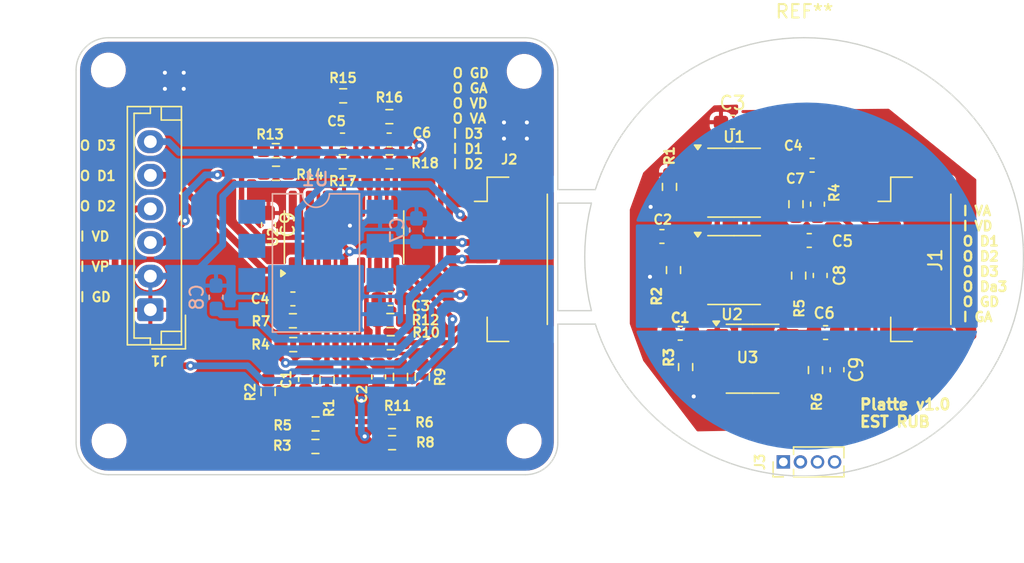
<source format=kicad_pcb>
(kicad_pcb (version 20240108) (generator "pcbnew") (generator_version "8.0")
  (layers (0 "F.Cu" signal) (31 "B.Cu" signal) (34 "B.Paste" user) (35 "F.Paste" user) (36 "B.SilkS" user "B.Silkscreen") (37 "F.SilkS" user "F.Silkscreen") (38 "B.Mask" user) (39 "F.Mask" user) (44 "Edge.Cuts" user))
  (net 0 "")
  (net 1 "GNDD")
  (net 2 "/Vin1+")
  (net 3 "/Vin2+")
  (net 4 "/Vin3+")
  (net 5 "/Out1")
  (net 6 "/Vin1-")
  (net 7 "/Out2")
  (net 8 "/Vin2-")
  (net 9 "/Out3")
  (net 10 "/Vin3-")
  (net 11 "+3.3VD")
  (net 12 "+3.3VA")
  (net 13 "GNDA")
  (net 23 "/data_in3")
  (net 24 "/data_in2")
  (net 25 "/data_in1")
  (net 26 "Net-(R2-Pad2)")
  (net 27 "Net-(R6-Pad2)")
  (net 28 "Net-(R13-Pad2)")
  (net 29 "/amp_data1")
  (net 30 "/amp_data2")
  (net 31 "/amp_data3")
  (net 40 "/analog_inp_1")
  (net 41 "/analog_inp_2")
  (net 42 "/analog_inp_3")
  (net 44 "/fil_da1")
  (net 45 "/fil_da2")
  (net 46 "/fil_da3")
  (footprint "Capacitor_SMD:C_0603_1608Metric_Pad1.08x0.95mm_HandSolder" (layer "F.Cu") (at 144.05 119.4125 90)
    (property "Reference" "C1")
    (property "Value" "100p")
  )
  (footprint "Resistor_SMD:R_0603_1608Metric_Pad0.98x0.95mm_HandSolder" (layer "F.Cu") (at 150.4775 122.55)
    (property "Reference" "R6")
    (property "Value" "1k")
  )
  (footprint "Resistor_SMD:R_0603_1608Metric_Pad0.98x0.95mm_HandSolder" (layer "F.Cu") (at 150.28 99.87)
    (property "Reference" "R16")
    (property "Value" "100k")
  )
  (footprint "Capacitor_SMD:C_0603_1608Metric_Pad1.08x0.95mm_HandSolder" (layer "F.Cu") (at 183.54973 118.6925 -90)
    (property "Reference" "C9")
    (property "Value" "10n")
  )
  (footprint "Package_SO:SOP-8_3.9x4.9mm_P1.27mm" (layer "F.Cu") (at 175.89973 104.78)
    (property "Reference" "U1")
    (property "Value" "~")
  )
  (footprint "MountingHole:MountingHole_3mm" (layer "F.Cu") (at 181.12973 96.04)
    (property "Reference" "REF**")
    (property "Value" "MountingHole_3mm")
  )
  (footprint "Capacitor_SMD:C_0603_1608Metric_Pad1.08x0.95mm_HandSolder" (layer "F.Cu") (at 175.78723 100.28)
    (property "Reference" "C3")
    (property "Value" "0.1uF")
  )
  (footprint "Capacitor_SMD:C_0603_1608Metric_Pad1.08x0.95mm_HandSolder" (layer "F.Cu") (at 182.09973 106.38 90)
    (property "Reference" "C7")
    (property "Value" "10n")
  )
  (footprint "Capacitor_SMD:C_0603_1608Metric_Pad1.08x0.95mm_HandSolder" (layer "F.Cu") (at 182.29973 111.68 -90)
    (property "Reference" "C8")
    (property "Value" "10n")
  )
  (footprint "Resistor_SMD:R_0603_1608Metric_Pad0.98x0.95mm_HandSolder" (layer "F.Cu") (at 144.8 122.725 180)
    (property "Reference" "R3")
    (property "Value" "1k")
  )
  (footprint "Package_SO:SOP-8_3.9x4.9mm_P1.27mm" (layer "F.Cu") (at 177.27473 117.875)
    (property "Reference" "U3")
    (property "Value" "~")
  )
  (footprint "Capacitor_SMD:C_0603_1608Metric_Pad1.08x0.95mm_HandSolder" (layer "F.Cu") (at 170.53723 108.78)
    (property "Reference" "C2")
    (property "Value" "0.1uF")
  )
  (footprint "Resistor_SMD:R_0603_1608Metric_Pad0.98x0.95mm_HandSolder" (layer "F.Cu") (at 150.485 124.12 180)
    (property "Reference" "R8")
    (property "Value" "1k")
  )
  (footprint "Connector_JST:JST_EH_B6B-EH-A_1x06_P2.50mm_Vertical" (layer "F.Cu") (at 132.52 114.23 90)
    (property "Reference" "J1")
    (property "Value" "Conn_01x06")
  )
  (footprint "Resistor_SMD:R_0603_1608Metric_Pad0.98x0.95mm_HandSolder" (layer "F.Cu") (at 171.39973 111.28 -90)
    (property "Reference" "R2")
    (property "Value" "12.5")
  )
  (footprint "Resistor_SMD:R_0603_1608Metric_Pad0.98x0.95mm_HandSolder" (layer "F.Cu") (at 150.3525 115.035)
    (property "Reference" "R12")
    (property "Value" "252k")
  )
  (footprint "Resistor_SMD:R_0603_1608Metric_Pad0.98x0.95mm_HandSolder" (layer "F.Cu") (at 151.11 119.2225 -90)
    (property "Reference" "R11")
    (property "Value" "252k")
  )
  (footprint "Resistor_SMD:R_0603_1608Metric_Pad0.98x0.95mm_HandSolder" (layer "F.Cu") (at 143.1125 115.05 180)
    (property "Reference" "R7")
    (property "Value" "252k")
  )
  (footprint "Resistor_SMD:R_0603_1608Metric_Pad0.98x0.95mm_HandSolder" (layer "F.Cu") (at 180.49973 106.38 -90)
    (property "Reference" "R4")
    (property "Value" "1k")
  )
  (footprint "MountingHole:MountingHole_2.1mm" (layer "F.Cu") (at 129.4 96.4)
    (property "Reference" "M1")
    (property "Value" "MountingHole_2.1mm")
  )
  (footprint "Resistor_SMD:R_0603_1608Metric_Pad0.98x0.95mm_HandSolder" (layer "F.Cu") (at 145.65 119.4375 -90)
    (property "Reference" "R1")
    (property "Value" "252k")
  )
  (footprint "Resistor_SMD:R_0603_1608Metric_Pad0.98x0.95mm_HandSolder" (layer "F.Cu") (at 152.73 119.22 -90)
    (property "Reference" "R9")
    (property "Value" "100k")
  )
  (footprint "Capacitor_SMD:C_0603_1608Metric_Pad1.08x0.95mm_HandSolder" (layer "F.Cu") (at 182.69973 115.93 180)
    (property "Reference" "C6")
    (property "Value" "0.1uF")
  )
  (footprint "Capacitor_SMD:C_0603_1608Metric_Pad1.08x0.95mm_HandSolder" (layer "F.Cu") (at 181.69973 103.48 180)
    (property "Reference" "C4")
    (property "Value" "0.1uF")
  )
  (footprint "Capacitor_SMD:C_0603_1608Metric_Pad1.08x0.95mm_HandSolder" (layer "F.Cu") (at 141.3 107.9 -90)
    (property "Reference" "C9")
    (property "Value" "100n")
  )
  (footprint "Capacitor_SMD:C_0603_1608Metric_Pad1.08x0.95mm_HandSolder" (layer "F.Cu") (at 143.1125 113.425)
    (property "Reference" "C4")
    (property "Value" "100p")
  )
  (footprint "Connector_JST:JST_GH_BM07B-GHS-TBT_1x07-1MP_P1.25mm_Vertical" (layer "F.Cu") (at 189.39973 110.48 -90)
    (property "Reference" "J1")
    (property "Value" "Conn_01x07_MountingPin")
  )
  (footprint "Resistor_SMD:R_0603_1608Metric_Pad0.98x0.95mm_HandSolder" (layer "F.Cu") (at 141.84 102.4 180)
    (property "Reference" "R14")
    (property "Value" "1k")
  )
  (footprint "MountingHole:MountingHole_2.1mm" (layer "F.Cu") (at 160.3 96.5)
    (property "Reference" "M2")
    (property "Value" "MountingHole_2.1mm")
  )
  (footprint "Resistor_SMD:R_0603_1608Metric_Pad0.98x0.95mm_HandSolder" (layer "F.Cu") (at 181.94973 118.7175 90)
    (property "Reference" "R6")
    (property "Value" "1k")
  )
  (footprint "Connector_JST:JST_GH_BM07B-GHS-TBT_1x07-1MP_P1.25mm_Vertical" (layer "F.Cu") (at 159.41 110.48 -90)
    (property "Reference" "J2")
    (property "Value" "Conn_01x07_MountingPin")
  )
  (footprint "Capacitor_SMD:C_0603_1608Metric_Pad1.08x0.95mm_HandSolder" (layer "F.Cu") (at 149.485 119.2225 90)
    (property "Reference" "C2")
    (property "Value" "100p")
  )
  (footprint "Package_SO:SOP-8_3.9x4.9mm_P1.27mm" (layer "F.Cu") (at 175.89973 111.28)
    (property "Reference" "U2")
    (property "Value" "~")
  )
  (footprint "Resistor_SMD:R_0603_1608Metric_Pad0.98x0.95mm_HandSolder" (layer "F.Cu") (at 171.09973 105.0925 -90)
    (property "Reference" "R1")
    (property "Value" "12.5")
  )
  (footprint "Capacitor_SMD:C_0603_1608Metric_Pad1.08x0.95mm_HandSolder" (layer "F.Cu") (at 150.3475 113.41 180)
    (property "Reference" "C3")
    (property "Value" "100p")
  )
  (footprint "Resistor_SMD:R_0603_1608Metric_Pad0.98x0.95mm_HandSolder" (layer "F.Cu") (at 141.8575 104.08)
    (property "Reference" "R13")
    (property "Value" "1k")
  )
  (footprint "Resistor_SMD:R_0603_1608Metric_Pad0.98x0.95mm_HandSolder" (layer "F.Cu") (at 172.29973 118.4925 -90)
    (property "Reference" "R3")
    (property "Value" "12.5")
  )
  (footprint "Resistor_SMD:R_0603_1608Metric_Pad0.98x0.95mm_HandSolder" (layer "F.Cu") (at 150.385 116.685)
    (property "Reference" "R10")
    (property "Value" "100k")
  )
  (footprint "Resistor_SMD:R_0603_1608Metric_Pad0.98x0.95mm_HandSolder" (layer "F.Cu") (at 144.7875 124.4)
    (property "Reference" "R5")
    (property "Value" "1k")
  )
  (footprint "Resistor_SMD:R_0603_1608Metric_Pad0.98x0.95mm_HandSolder" (layer "F.Cu") (at 146.85 98.32 180)
    (property "Reference" "R15")
    (property "Value" "100k")
  )
  (footprint "Connector_PinHeader_1.27mm:PinHeader_1x04_P1.27mm_Vertical" (layer "F.Cu") (at 179.55973 125.55 90)
    (property "Reference" "J3")
    (property "Value" "Conn_01x04_Socket")
  )
  (footprint "MountingHole:MountingHole_2.1mm" (layer "F.Cu") (at 160.3 124)
    (property "Reference" "M4")
    (property "Value" "MountingHole_2.1mm")
  )
  (footprint "Capacitor_SMD:C_0603_1608Metric_Pad1.08x0.95mm_HandSolder" (layer "F.Cu") (at 150.2675 101.605 180)
    (property "Reference" "C6")
    (property "Value" "100p")
  )
  (footprint "Resistor_SMD:R_0603_1608Metric_Pad0.98x0.95mm_HandSolder" (layer "F.Cu") (at 150.2925 103.23)
    (property "Reference" "R18")
    (property "Value" "252k")
  )
  (footprint "Resistor_SMD:R_0603_1608Metric_Pad0.98x0.95mm_HandSolder" (layer "F.Cu") (at 141.27 120.3525 -90)
    (property "Reference" "R2")
    (property "Value" "100k")
  )
  (footprint "Capacitor_SMD:C_0603_1608Metric_Pad1.08x0.95mm_HandSolder" (layer "F.Cu") (at 181.48723 109.08 180)
    (property "Reference" "C5")
    (property "Value" "0.1uF")
  )
  (footprint "Capacitor_SMD:C_0603_1608Metric_Pad1.08x0.95mm_HandSolder" (layer "F.Cu") (at 146.8 101.605)
    (property "Reference" "C5")
    (property "Value" "100p")
  )
  (footprint "Package_SO:SOIC-14_3.9x8.7mm_P1.27mm" (layer "F.Cu") (at 146.915 108.825 90)
    (property "Reference" "U2")
    (property "Value" "~")
  )
  (footprint "MountingHole:MountingHole_2.1mm" (layer "F.Cu") (at 129.45 123.99)
    (property "Reference" "M3")
    (property "Value" "MountingHole_2.1mm")
  )
  (footprint "Resistor_SMD:R_0603_1608Metric_Pad0.98x0.95mm_HandSolder" (layer "F.Cu") (at 180.69973 111.6925 90)
    (property "Reference" "R5")
    (property "Value" "1k")
  )
  (footprint "Resistor_SMD:R_0603_1608Metric_Pad0.98x0.95mm_HandSolder" (layer "F.Cu") (at 143.1375 116.825 180)
    (property "Reference" "R4")
    (property "Value" "100k")
  )
  (footprint "Capacitor_SMD:C_0603_1608Metric_Pad1.08x0.95mm_HandSolder" (layer "F.Cu") (at 171.89973 115.98)
    (property "Reference" "C1")
    (property "Value" "0.1uF")
  )
  (footprint "Resistor_SMD:R_0603_1608Metric_Pad0.98x0.95mm_HandSolder" (layer "F.Cu") (at 146.8125 103.23 180)
    (property "Reference" "R17")
    (property "Value" "252k")
  )
  (footprint "Capacitor_SMD:C_0603_1608Metric_Pad1.08x0.95mm_HandSolder" (layer "B.Cu") (at 152.3 108.3 -90)
    (property "Reference" "C7")
    (property "Value" "10u")
  )
  (footprint "Package_DIP:SMDIP-8_W9.53mm" (layer "B.Cu") (at 144.825 110.75 180)
    (property "Reference" "U1")
    (property "Value" "~")
  )
  (footprint "Capacitor_SMD:C_0603_1608Metric_Pad1.08x0.95mm_HandSolder" (layer "B.Cu") (at 137.4 113.3 -90)
    (property "Reference" "C8")
    (property "Value" "10u")
  )
  (gr_line (start 184.64973 116.655) (end 184.64973 115.905) (stroke (width 0.2)) (layer "B.Cu") (net 42))
  (gr_line (start 192.634146 98.770719) (end 192.054544 98.218891) (stroke (width 0.1)) (layer "Edge.Cuts"))
  (gr_line (start 194.661866 101.241502) (end 194.201056 100.587203) (stroke (width 0.1)) (layer "Edge.Cuts"))
  (gr_line (start 183.497286 94.17161) (end 182.703021 94.073646) (stroke (width 0.1)) (layer "Edge.Cuts"))
  (gr_line (start 183.497286 126.42839) (end 184.285787 126.291573) (stroke (width 0.1)) (layer "Edge.Cuts"))
  (gr_line (start 190.163363 96.742999) (end 189.487241 96.31485) (stroke (width 0.1)) (layer "Edge.Cuts"))
  (gr_line (start 185.066624 126.11623) (end 185.837918 125.902784) (stroke (width 0.1)) (layer "Edge.Cuts"))
  (gr_line (start 181.104865 126.604866) (end 181.904907 126.585226) (stroke (width 0.1)) (layer "Edge.Cuts"))
  (gr_line (start 164.976475 107.907579) (end 164.878511 108.701844) (stroke (width 0.1)) (layer "Edge.Cuts"))
  (gr_line (start 164.819639 111.100042) (end 164.878511 111.898156) (stroke (width 0.1)) (layer "Edge.Cuts"))
  (gr_line (start 195.844289 117.271229) (end 196.168597 116.539602) (stroke (width 0.1)) (layer "Edge.Cuts"))
  (gr_line (start 174.865263 125.363732) (end 175.611921 125.65175) (stroke (width 0.1)) (layer "Edge.Cuts"))
  (gr_line (start 195.484473 117.986061) (end 195.844289 117.271229) (stroke (width 0.1)) (layer "Edge.Cuts"))
  (gr_line (start 188.790926 95.920392) (end 188.076094 95.560576) (stroke (width 0.1)) (layer "Edge.Cuts"))
  (gr_line (start 193.185974 99.350321) (end 192.634146 98.770719) (stroke (width 0.1)) (layer "Edge.Cuts"))
  (gr_line (start 184.285787 126.291573) (end 185.066624 126.11623) (stroke (width 0.1)) (layer "Edge.Cuts"))
  (gr_line (start 197.096438 113.480922) (end 197.233255 112.692421) (stroke (width 0.1)) (layer "Edge.Cuts"))
  (gr_line (start 164.878511 108.701844) (end 164.819639 109.499958) (stroke (width 0.1)) (layer "Edge.Cuts"))
  (gr_line (start 195.844289 103.328771) (end 195.484473 102.613939) (stroke (width 0.1)) (layer "Edge.Cuts"))
  (gr_line (start 174.133636 95.560576) (end 173.418804 95.920392) (stroke (width 0.1)) (layer "Edge.Cuts"))
  (gr_line (start 188.076094 95.560576) (end 187.344467 95.236268) (stroke (width 0.1)) (layer "Edge.Cuts"))
  (gr_line (start 188.790926 124.679608) (end 189.487241 124.28515) (stroke (width 0.1)) (layer "Edge.Cuts"))
  (gr_line (start 167.119715 101.917624) (end 166.725257 102.613939) (stroke (width 0.1)) (layer "Edge.Cuts"))
  (gr_line (start 184.285787 94.308427) (end 183.497286 94.17161) (stroke (width 0.1)) (layer "Edge.Cuts"))
  (gr_line (start 195.090015 118.682376) (end 195.484473 117.986061) (stroke (width 0.1)) (layer "Edge.Cuts"))
  (gr_line (start 165.590268 115.3) (end 165.753115 115.792944) (stroke (width 0.1)) (layer "Edge.Cuts"))
  (gr_line (start 196.168597 116.539602) (end 196.456615 115.792944) (stroke (width 0.1)) (layer "Edge.Cuts"))
  (gr_line (start 192.054544 98.218891) (end 191.448562 97.696168) (stroke (width 0.1)) (layer "Edge.Cuts"))
  (gr_line (start 165.753115 104.807056) (end 165.590268 105.3) (stroke (width 0.1)) (layer "Edge.Cuts"))
  (gr_line (start 181.104865 93.995134) (end 180.304823 94.014774) (stroke (width 0.1)) (layer "Edge.Cuts"))
  (gr_line (start 176.371812 125.902784) (end 177.143106 126.11623) (stroke (width 0.1)) (layer "Edge.Cuts"))
  (gr_line (start 168.501033 120.643697) (end 169.023756 121.249679) (stroke (width 0.1)) (layer "Edge.Cuts"))
  (gr_line (start 190.817662 123.396191) (end 191.448562 122.903832) (stroke (width 0.1)) (layer "Edge.Cuts"))
  (gr_line (start 196.921095 106.338241) (end 196.707649 105.566947) (stroke (width 0.1)) (layer "Edge.Cuts"))
  (gr_line (start 165.590268 115.3) (end 162.8 115.3) (stroke (width 0.1)) (layer "Edge.Cuts"))
  (gr_line (start 170.761168 122.903832) (end 171.392068 123.396191) (stroke (width 0.1)) (layer "Edge.Cuts"))
  (gr_line (start 168.501033 99.956303) (end 168.008674 100.587203) (stroke (width 0.1)) (layer "Edge.Cuts"))
  (gr_line (start 197.390091 111.100042) (end 197.409731 110.3) (stroke (width 0.1)) (layer "Edge.Cuts"))
  (gr_arc (start 127 96.4) (mid 127.702944 94.702944) (end 129.4 94) (stroke (width 0.1)) (layer "Edge.Cuts"))
  (gr_line (start 177.923943 94.308427) (end 177.143106 94.48377) (stroke (width 0.1)) (layer "Edge.Cuts"))
  (gr_line (start 171.392068 97.203809) (end 170.761168 97.696168) (stroke (width 0.1)) (layer "Edge.Cuts"))
  (gr_line (start 165.113292 107.119078) (end 164.976475 107.907579) (stroke (width 0.1)) (layer "Edge.Cuts"))
  (gr_line (start 160.4 126.5) (end 129.4 126.5) (stroke (width 0.1)) (layer "Edge.Cuts"))
  (gr_line (start 166.365441 103.328771) (end 166.041133 104.060398) (stroke (width 0.1)) (layer "Edge.Cuts"))
  (gr_line (start 185.066624 94.48377) (end 184.285787 94.308427) (stroke (width 0.1)) (layer "Edge.Cuts"))
  (gr_line (start 191.448562 122.903832) (end 192.054544 122.381109) (stroke (width 0.1)) (layer "Edge.Cuts"))
  (gr_line (start 185.837918 94.697216) (end 185.066624 94.48377) (stroke (width 0.1)) (layer "Edge.Cuts"))
  (gr_line (start 197.233255 107.907579) (end 197.096438 107.119078) (stroke (width 0.1)) (layer "Edge.Cuts"))
  (gr_line (start 129.4 94) (end 160.4 94) (stroke (width 0.1)) (layer "Edge.Cuts"))
  (gr_line (start 196.707649 105.566947) (end 196.456615 104.807056) (stroke (width 0.1)) (layer "Edge.Cuts"))
  (gr_line (start 171.392068 123.396191) (end 172.046367 123.857001) (stroke (width 0.1)) (layer "Edge.Cuts"))
  (gr_line (start 175.611921 94.94825) (end 174.865263 95.236268) (stroke (width 0.1)) (layer "Edge.Cuts"))
  (gr_line (start 186.597809 94.94825) (end 185.837918 94.697216) (stroke (width 0.1)) (layer "Edge.Cuts"))
  (gr_line (start 193.708697 120.643697) (end 194.201056 120.012797) (stroke (width 0.1)) (layer "Edge.Cuts"))
  (gr_line (start 172.722489 124.28515) (end 173.418804 124.679608) (stroke (width 0.1)) (layer "Edge.Cuts"))
  (gr_line (start 166.041133 104.060398) (end 165.753115 104.807056) (stroke (width 0.1)) (layer "Edge.Cuts"))
  (gr_line (start 192.634146 121.829281) (end 193.185974 121.249679) (stroke (width 0.1)) (layer "Edge.Cuts"))
  (gr_line (start 181.904907 126.585226) (end 182.703021 126.526354) (stroke (width 0.1)) (layer "Edge.Cuts"))
  (gr_line (start 193.708697 99.956303) (end 193.185974 99.350321) (stroke (width 0.1)) (layer "Edge.Cuts"))
  (gr_line (start 169.023756 121.249679) (end 169.575584 121.829281) (stroke (width 0.1)) (layer "Edge.Cuts"))
  (gr_line (start 174.865263 95.236268) (end 174.133636 95.560576) (stroke (width 0.1)) (layer "Edge.Cuts"))
  (gr_line (start 172.046367 96.742999) (end 171.392068 97.203809) (stroke (width 0.1)) (layer "Edge.Cuts"))
  (gr_line (start 193.185974 121.249679) (end 193.708697 120.643697) (stroke (width 0.1)) (layer "Edge.Cuts"))
  (gr_line (start 170.761168 97.696168) (end 170.155186 98.218891) (stroke (width 0.1)) (layer "Edge.Cuts"))
  (gr_line (start 179.506709 94.073646) (end 178.712444 94.17161) (stroke (width 0.1)) (layer "Edge.Cuts"))
  (gr_line (start 175.611921 125.65175) (end 176.371812 125.902784) (stroke (width 0.1)) (layer "Edge.Cuts"))
  (gr_line (start 165.113292 113.480922) (end 165.297222 114.3) (stroke (width 0.1)) (layer "Edge.Cuts"))
  (gr_line (start 185.837918 125.902784) (end 186.597809 125.65175) (stroke (width 0.1)) (layer "Edge.Cuts"))
  (gr_line (start 197.331219 111.898156) (end 197.390091 111.100042) (stroke (width 0.1)) (layer "Edge.Cuts"))
  (gr_line (start 194.201056 100.587203) (end 193.708697 99.956303) (stroke (width 0.1)) (layer "Edge.Cuts"))
  (gr_line (start 188.076094 125.039424) (end 188.790926 124.679608) (stroke (width 0.1)) (layer "Edge.Cuts"))
  (gr_line (start 197.233255 112.692421) (end 197.331219 111.898156) (stroke (width 0.1)) (layer "Edge.Cuts"))
  (gr_line (start 177.923943 126.291573) (end 178.712444 126.42839) (stroke (width 0.1)) (layer "Edge.Cuts"))
  (gr_line (start 187.344467 95.236268) (end 186.597809 94.94825) (stroke (width 0.1)) (layer "Edge.Cuts"))
  (gr_line (start 178.712444 94.17161) (end 177.923943 94.308427) (stroke (width 0.1)) (layer "Edge.Cuts"))
  (gr_line (start 197.096438 107.119078) (end 196.921095 106.338241) (stroke (width 0.1)) (layer "Edge.Cuts"))
  (gr_line (start 164.878511 111.898156) (end 164.976475 112.692421) (stroke (width 0.1)) (layer "Edge.Cuts"))
  (gr_line (start 196.707649 115.033053) (end 196.921095 114.261759) (stroke (width 0.1)) (layer "Edge.Cuts"))
  (gr_line (start 181.904907 94.014774) (end 181.104865 93.995134) (stroke (width 0.1)) (layer "Edge.Cuts"))
  (gr_line (start 196.921095 114.261759) (end 197.096438 113.480922) (stroke (width 0.1)) (layer "Edge.Cuts"))
  (gr_line (start 165.297222 106.3) (end 162.8 106.3) (stroke (width 0.1)) (layer "Edge.Cuts"))
  (gr_line (start 169.575584 121.829281) (end 170.155186 122.381109) (stroke (width 0.1)) (layer "Edge.Cuts"))
  (gr_line (start 169.023756 99.350321) (end 168.501033 99.956303) (stroke (width 0.1)) (layer "Edge.Cuts"))
  (gr_line (start 179.506709 126.526354) (end 180.304823 126.585226) (stroke (width 0.1)) (layer "Edge.Cuts"))
  (gr_line (start 182.703021 94.073646) (end 181.904907 94.014774) (stroke (width 0.1)) (layer "Edge.Cuts"))
  (gr_line (start 172.046367 123.857001) (end 172.722489 124.28515) (stroke (width 0.1)) (layer "Edge.Cuts"))
  (gr_line (start 174.133636 125.039424) (end 174.865263 125.363732) (stroke (width 0.1)) (layer "Edge.Cuts"))
  (gr_line (start 177.143106 94.48377) (end 176.371812 94.697216) (stroke (width 0.1)) (layer "Edge.Cuts"))
  (gr_line (start 170.155186 122.381109) (end 170.761168 122.903832) (stroke (width 0.1)) (layer "Edge.Cuts"))
  (gr_arc (start 160.4 94) (mid 162.097056 94.702944) (end 162.8 96.4) (stroke (width 0.1)) (layer "Edge.Cuts"))
  (gr_line (start 162.8 105.3) (end 165.590268 105.3) (stroke (width 0.1)) (layer "Edge.Cuts"))
  (gr_arc (start 129.4 126.5) (mid 127.702944 125.797056) (end 127 124.1) (stroke (width 0.1)) (layer "Edge.Cuts"))
  (gr_line (start 192.054544 122.381109) (end 192.634146 121.829281) (stroke (width 0.1)) (layer "Edge.Cuts"))
  (gr_line (start 197.409731 110.3) (end 197.390091 109.499958) (stroke (width 0.1)) (layer "Edge.Cuts"))
  (gr_line (start 169.575584 98.770719) (end 169.023756 99.350321) (stroke (width 0.1)) (layer "Edge.Cuts"))
  (gr_line (start 176.371812 94.697216) (end 175.611921 94.94825) (stroke (width 0.1)) (layer "Edge.Cuts"))
  (gr_line (start 168.008674 100.587203) (end 167.547864 101.241502) (stroke (width 0.1)) (layer "Edge.Cuts"))
  (gr_line (start 166.725257 102.613939) (end 166.365441 103.328771) (stroke (width 0.1)) (layer "Edge.Cuts"))
  (gr_line (start 167.119715 118.682376) (end 167.547864 119.358498) (stroke (width 0.1)) (layer "Edge.Cuts"))
  (gr_line (start 165.297222 114.3) (end 162.8 114.3) (stroke (width 0.1)) (layer "Edge.Cuts"))
  (gr_line (start 165.297222 106.3) (end 165.113292 107.119078) (stroke (width 0.1)) (layer "Edge.Cuts"))
  (gr_line (start 189.487241 124.28515) (end 190.163363 123.857001) (stroke (width 0.1)) (layer "Edge.Cuts"))
  (gr_line (start 178.712444 126.42839) (end 179.506709 126.526354) (stroke (width 0.1)) (layer "Edge.Cuts"))
  (gr_line (start 166.041133 116.539602) (end 166.365441 117.271229) (stroke (width 0.1)) (layer "Edge.Cuts"))
  (gr_line (start 180.304823 126.585226) (end 181.104865 126.604866) (stroke (width 0.1)) (layer "Edge.Cuts"))
  (gr_line (start 164.976475 112.692421) (end 165.113292 113.480922) (stroke (width 0.1)) (layer "Edge.Cuts"))
  (gr_line (start 172.722489 96.31485) (end 172.046367 96.742999) (stroke (width 0.1)) (layer "Edge.Cuts"))
  (gr_line (start 187.344467 125.363732) (end 188.076094 125.039424) (stroke (width 0.1)) (layer "Edge.Cuts"))
  (gr_line (start 194.661866 119.358498) (end 195.090015 118.682376) (stroke (width 0.1)) (layer "Edge.Cuts"))
  (gr_line (start 166.725257 117.986061) (end 167.119715 118.682376) (stroke (width 0.1)) (layer "Edge.Cuts"))
  (gr_line (start 182.703021 126.526354) (end 183.497286 126.42839) (stroke (width 0.1)) (layer "Edge.Cuts"))
  (gr_line (start 186.597809 125.65175) (end 187.344467 125.363732) (stroke (width 0.1)) (layer "Edge.Cuts"))
  (gr_line (start 180.304823 94.014774) (end 179.506709 94.073646) (stroke (width 0.1)) (layer "Edge.Cuts"))
  (gr_line (start 197.409731 110.3) (end 197.409731 110.3) (stroke (width 0.1)) (layer "Edge.Cuts"))
  (gr_line (start 196.168597 104.060398) (end 195.844289 103.328771) (stroke (width 0.1)) (layer "Edge.Cuts"))
  (gr_line (start 189.487241 96.31485) (end 188.790926 95.920392) (stroke (width 0.1)) (layer "Edge.Cuts"))
  (gr_line (start 197.390091 109.499958) (end 197.331219 108.701844) (stroke (width 0.1)) (layer "Edge.Cuts"))
  (gr_line (start 170.155186 98.218891) (end 169.575584 98.770719) (stroke (width 0.1)) (layer "Edge.Cuts"))
  (gr_line (start 168.008674 120.012797) (end 168.501033 120.643697) (stroke (width 0.1)) (layer "Edge.Cuts"))
  (gr_line (start 167.547864 119.358498) (end 168.008674 120.012797) (stroke (width 0.1)) (layer "Edge.Cuts"))
  (gr_line (start 173.418804 124.679608) (end 174.133636 125.039424) (stroke (width 0.1)) (layer "Edge.Cuts"))
  (gr_line (start 162.8 96.4) (end 162.8 105.3) (stroke (width 0.1)) (layer "Edge.Cuts"))
  (gr_line (start 162.8 115.3) (end 162.8 124.1) (stroke (width 0.1)) (layer "Edge.Cuts"))
  (gr_line (start 162.8 106.3) (end 162.8 114.3) (stroke (width 0.1)) (layer "Edge.Cuts"))
  (gr_line (start 166.365441 117.271229) (end 166.725257 117.986061) (stroke (width 0.1)) (layer "Edge.Cuts"))
  (gr_line (start 195.484473 102.613939) (end 195.090015 101.917624) (stroke (width 0.1)) (layer "Edge.Cuts"))
  (gr_line (start 196.456615 104.807056) (end 196.168597 104.060398) (stroke (width 0.1)) (layer "Edge.Cuts"))
  (gr_line (start 173.418804 95.920392) (end 172.722489 96.31485) (stroke (width 0.1)) (layer "Edge.Cuts"))
  (gr_line (start 195.090015 101.917624) (end 194.661866 101.241502) (stroke (width 0.1)) (layer "Edge.Cuts"))
  (gr_line (start 164.819639 109.499958) (end 164.799999 110.3) (stroke (width 0.1)) (layer "Edge.Cuts"))
  (gr_line (start 165.753115 115.792944) (end 166.041133 116.539602) (stroke (width 0.1)) (layer "Edge.Cuts"))
  (gr_line (start 127 124.1) (end 127 96.4) (stroke (width 0.1)) (layer "Edge.Cuts"))
  (gr_line (start 190.817662 97.203809) (end 190.163363 96.742999) (stroke (width 0.1)) (layer "Edge.Cuts"))
  (gr_line (start 191.448562 97.696168) (end 190.817662 97.203809) (stroke (width 0.1)) (layer "Edge.Cuts"))
  (gr_line (start 197.331219 108.701844) (end 197.233255 107.907579) (stroke (width 0.1)) (layer "Edge.Cuts"))
  (gr_arc (start 162.8 124.1) (mid 162.097056 125.797056) (end 160.4 126.5) (stroke (width 0.1)) (layer "Edge.Cuts"))
  (gr_line (start 190.163363 123.857001) (end 190.817662 123.396191) (stroke (width 0.1)) (layer "Edge.Cuts"))
  (gr_line (start 167.547864 101.241502) (end 167.119715 101.917624) (stroke (width 0.1)) (layer "Edge.Cuts"))
  (gr_line (start 194.201056 120.012797) (end 194.661866 119.358498) (stroke (width 0.1)) (layer "Edge.Cuts"))
  (gr_line (start 196.456615 115.792944) (end 196.707649 115.033053) (stroke (width 0.1)) (layer "Edge.Cuts"))
  (gr_line (start 164.799999 110.3) (end 164.819639 111.100042) (stroke (width 0.1)) (layer "Edge.Cuts"))
  (gr_line (start 177.143106 126.11623) (end 177.923943 126.291573) (stroke (width 0.1)) (layer "Edge.Cuts"))
  (gr_text "O D3\n\nO D1\n\nO D2\n\nI VD\n\nI VP\n\nI GD" (at 127.2 113.7 0) (layer "F.SilkS") (effects (font (size 0.7 0.7) (thickness 0.15) (bold yes)) (justify left bottom)))
  (gr_text "I VA\nI VD\nO D1\nO D2\nO D3\nO Da3\nO GD\nI GA" (at 192.79973 115.18 0) (layer "F.SilkS") (effects (font (size 0.7 0.7) (thickness 0.175) (bold yes)) (justify left bottom)))
  (gr_text "O GD\nO GA\nO VD\nO VA\nI D3\nI D1\nI D2" (at 154.9 103.8 0) (layer "F.SilkS") (effects (font (size 0.7 0.7) (thickness 0.15) (bold yes)) (justify left bottom)))
  (gr_text "Platte v1.0\nEST RUB" (at 185.14973 123.03 0) (layer "F.SilkS") (effects (font (size 0.8 0.8) (thickness 0.2) (bold yes)) (justify left bottom)))
  (segment (start 148.45 123.65) (end 148.92 124.12) (width 0.5) (layer "F.Cu") (net 1))
  (segment (start 148.2 120.8) (end 148.2 121) (width 0.5) (layer "F.Cu") (net 1))
  (segment (start 149.485 120.085) (end 148.915 120.085) (width 0.5) (layer "F.Cu") (net 1))
  (segment (start 146.915 106.35) (end 146.915 107.54) (width 0.4) (layer "F.Cu") (net 1))
  (segment (start 179.89973 119.78) (end 180.64973 119.78) (width 0.3) (layer "F.Cu") (net 1))
  (segment (start 146.915 107.54) (end 147.35 107.975) (width 0.4) (layer "F.Cu") (net 1))
  (segment (start 179.633468 119.78) (end 179.89973 119.78) (width 0.3) (layer "F.Cu") (net 1))
  (segment (start 148.92 124.12) (end 149.5725 124.12) (width 0.5) (layer "F.Cu") (net 1))
  (segment (start 148.915 120.085) (end 148.2 120.8) (width 0.5) (layer "F.Cu") (net 1))
  (via (at 158.8 100.3) (size 0.7) (drill 0.3) (layers "F.Cu" "B.Cu") (net 1))
  (via (at 160.5 100.3) (size 0.7) (drill 0.3) (layers "F.Cu" "B.Cu") (net 1))
  (via (at 135 96.6) (size 0.7) (drill 0.3) (layers "F.Cu" "B.Cu") (net 1))
  (via (at 135 97.8) (size 0.7) (drill 0.3) (layers "F.Cu" "B.Cu") (net 1))
  (via (at 148.2 121) (size 0.7) (drill 0.3) (layers "F.Cu" "B.Cu") (net 1))
  (via (at 147.35 107.975) (size 0.7) (drill 0.3) (layers "F.Cu" "B.Cu") (net 1))
  (via (at 133.6 97.8) (size 0.7) (drill 0.3) (layers "F.Cu" "B.Cu") (net 1))
  (via (at 160.5 101.5) (size 0.7) (drill 0.3) (layers "F.Cu" "B.Cu") (net 1))
  (via (at 148.45 123.65) (size 0.7) (drill 0.3) (layers "F.Cu" "B.Cu") (net 1))
  (via (at 133.6 96.6) (size 0.7) (drill 0.3) (layers "F.Cu" "B.Cu") (net 1))
  (via (at 158.8 101.5) (size 0.7) (drill 0.3) (layers "F.Cu" "B.Cu") (net 1))
  (segment (start 149.59 106.94) (end 149.285 106.94) (width 0.4) (layer "B.Cu") (net 1))
  (segment (start 148.2 123.4) (end 148.45 123.65) (width 0.5) (layer "B.Cu") (net 1))
  (segment (start 148.2 121) (end 148.2 123.4) (width 0.5) (layer "B.Cu") (net 1))
  (segment (start 149.285 106.94) (end 148.25 107.975) (width 0.4) (layer "B.Cu") (net 1))
  (segment (start 148.25 107.975) (end 147.35 107.975) (width 0.4) (layer "B.Cu") (net 1))
  (segment (start 145.645 118.52) (end 145.65 118.525) (width 0.4) (layer "F.Cu") (net 2))
  (segment (start 145.65 118.525) (end 144.075 118.525) (width 0.4) (layer "F.Cu") (net 2))
  (segment (start 145.645 111.3) (end 145.645 118.52) (width 0.4) (layer "F.Cu") (net 2))
  (segment (start 142.69 119.44) (end 141.27 119.44) (width 0.4) (layer "F.Cu") (net 2))
  (segment (start 143.58 118.55) (end 142.69 119.44) (width 0.4) (layer "F.Cu") (net 2))
  (segment (start 144.075 118.525) (end 144.05 118.55) (width 0.4) (layer "F.Cu") (net 2))
  (segment (start 144.05 118.55) (end 143.58 118.55) (width 0.4) (layer "F.Cu") (net 2))
  (segment (start 152.7275 118.31) (end 152.73 118.3075) (width 0.4) (layer "F.Cu") (net 3))
  (segment (start 149.08 118.36) (end 149.485 118.36) (width 0.4) (layer "F.Cu") (net 3))
  (segment (start 151.06 118.36) (end 151.11 118.31) (width 0.4) (layer "F.Cu") (net 3))
  (segment (start 151.11 118.31) (end 152.7275 118.31) (width 0.4) (layer "F.Cu") (net 3))
  (segment (start 148 111.485) (end 148 117.28) (width 0.4) (layer "F.Cu") (net 3))
  (segment (start 149.485 118.36) (end 151.06 118.36) (width 0.4) (layer "F.Cu") (net 3))
  (segment (start 148.185 111.3) (end 148 111.485) (width 0.4) (layer "F.Cu") (net 3))
  (segment (start 148 117.28) (end 149.08 118.36) (width 0.4) (layer "F.Cu") (net 3))
  (segment (start 147.7925 103.23) (end 147.7925 101.6675) (width 0.4) (layer "F.Cu") (net 4))
  (segment (start 147.7625 101.5725) (end 147.73 101.605) (width 0.4) (layer "F.Cu") (net 4))
  (segment (start 148.185 106.35) (end 148.185 105.185) (width 0.4) (layer "F.Cu") (net 4))
  (segment (start 148.185 105.185) (end 147.7925 104.7925) (width 0.4) (layer "F.Cu") (net 4))
  (segment (start 147.7925 104.7925) (end 147.7925 103.23) (width 0.4) (layer "F.Cu") (net 4))
  (segment (start 147.7625 98.32) (end 147.7625 101.5725) (width 0.4) (layer "F.Cu") (net 4))
  (segment (start 147.7925 101.6675) (end 147.73 101.605) (width 0.4) (layer "F.Cu") (net 4))
  (segment (start 142.25 115) (end 142.2 115.05) (width 0.4) (layer "F.Cu") (net 5))
  (segment (start 142.25 113.425) (end 142.25 115) (width 0.4) (layer "F.Cu") (net 5))
  (segment (start 141 111.3) (end 133.93 104.23) (width 0.5) (layer "F.Cu") (net 5))
  (segment (start 142.25 112.155) (end 142.25 113.425) (width 0.4) (layer "F.Cu") (net 5))
  (segment (start 143.105 111.3) (end 142.25 112.155) (width 0.4) (layer "F.Cu") (net 5))
  (segment (start 143.105 111.3) (end 141 111.3) (width 0.5) (layer "F.Cu") (net 5))
  (segment (start 133.93 104.23) (end 132.52 104.23) (width 0.5) (layer "F.Cu") (net 5))
  (segment (start 144.025 116.8) (end 144.05 116.825) (width 0.4) (layer "F.Cu") (net 6))
  (segment (start 144.375 111.3) (end 144.375 113.025) (width 0.4) (layer "F.Cu") (net 6))
  (segment (start 144.375 113.025) (end 143.975 113.425) (width 0.4) (layer "F.Cu") (net 6))
  (segment (start 143.975 113.425) (end 143.975 115) (width 0.4) (layer "F.Cu") (net 6))
  (segment (start 144.025 115.05) (end 144.025 116.8) (width 0.4) (layer "F.Cu") (net 6))
  (segment (start 143.975 115) (end 144.025 115.05) (width 0.4) (layer "F.Cu") (net 6))
  (segment (start 151.21 113.41) (end 151.21 114.98) (width 0.4) (layer "F.Cu") (net 7))
  (segment (start 151.21 114.98) (end 151.265 115.035) (width 0.4) (layer "F.Cu") (net 7))
  (segment (start 129.9 116.8) (end 129.9 108.2) (width 0.5) (layer "F.Cu") (net 7))
  (segment (start 135.5 118.4) (end 131.5 118.4) (width 0.5) (layer "F.Cu") (net 7))
  (segment (start 131.5 118.4) (end 129.9 116.8) (width 0.5) (layer "F.Cu") (net 7))
  (segment (start 131.37 106.73) (end 132.52 106.73) (width 0.5) (layer "F.Cu") (net 7))
  (segment (start 151.44 111.3) (end 150.725 111.3) (width 0.4) (layer "F.Cu") (net 7))
  (segment (start 151.21 112.61) (end 151.21 113.41) (width 0.4) (layer "F.Cu") (net 7))
  (segment (start 150.725 111.3) (end 150.725 112.125) (width 0.4) (layer "F.Cu") (net 7))
  (segment (start 154.98 114.94) (end 154.98 114.84) (width 0.4) (layer "F.Cu") (net 7))
  (segment (start 150.725 112.125) (end 151.21 112.61) (width 0.4) (layer "F.Cu") (net 7))
  (segment (start 129.9 108.2) (end 131.37 106.73) (width 0.5) (layer "F.Cu") (net 7))
  (segment (start 154.98 114.84) (end 151.44 111.3) (width 0.4) (layer "F.Cu") (net 7))
  (via (at 135.5 118.4) (size 0.7) (drill 0.3) (layers "F.Cu" "B.Cu") (net 7))
  (via (at 154.98 114.94) (size 0.7) (drill 0.3) (layers "F.Cu" "B.Cu") (net 7))
  (segment (start 154.89 115.03) (end 154.89 116.71) (width 0.5) (layer "B.Cu") (net 7))
  (segment (start 154.98 114.94) (end 154.89 115.03) (width 0.4) (layer "B.Cu") (net 7))
  (segment (start 154.89 116.71) (end 152.1 119.5) (width 0.5) (layer "B.Cu") (net 7))
  (segment (start 139.74 118.4) (end 135.5 118.4) (width 0.5) (layer "B.Cu") (net 7))
  (segment (start 140.84 119.5) (end 139.74 118.4) (width 0.5) (layer "B.Cu") (net 7))
  (segment (start 152.1 119.5) (end 140.84 119.5) (width 0.5) (layer "B.Cu") (net 7))
  (segment (start 149.455 111.3) (end 149.455 113.38) (width 0.4) (layer "F.Cu") (net 8))
  (segment (start 149.455 113.38) (end 149.485 113.41) (width 0.4) (layer "F.Cu") (net 8))
  (segment (start 149.485 113.41) (end 149.485 114.99) (width 0.4) (layer "F.Cu") (net 8))
  (segment (start 149.44 116.6525) (end 149.4725 116.685) (width 0.4) (layer "F.Cu") (net 8))
  (segment (start 149.485 114.99) (end 149.44 115.035) (width 0.4) (layer "F.Cu") (net 8))
  (segment (start 149.44 115.035) (end 149.44 116.6525) (width 0.4) (layer "F.Cu") (net 8))
  (segment (start 150.725 103.71) (end 151.205 103.23) (width 0.4) (layer "F.Cu") (net 9))
  (segment (start 151.205 101.68) (end 151.13 101.605) (width 0.4) (layer "F.Cu") (net 9))
  (segment (start 152.515 102.02) (end 152.1 101.605) (width 0.4) (layer "F.Cu") (net 9))
  (segment (start 151.205 103.23) (end 151.205 101.68) (width 0.4) (layer "F.Cu") (net 9))
  (segment (start 150.725 106.35) (end 150.725 103.71) (width 0.4) (layer "F.Cu") (net 9))
  (segment (start 152.1 101.605) (end 151.13 101.605) (width 0.4) (layer "F.Cu") (net 9))
  (via (at 152.515 102.02) (size 0.7) (drill 0.3) (layers "F.Cu" "B.Cu") (net 9))
  (segment (start 152.515 102.265) (end 152.25 102.53) (width 0.5) (layer "B.Cu") (net 9))
  (segment (start 133.86 101.73) (end 132.52 101.73) (width 0.5) (layer "B.Cu") (net 9))
  (segment (start 134.66 102.53) (end 133.86 101.73) (width 0.5) (layer "B.Cu") (net 9))
  (segment (start 152.25 102.53) (end 134.66 102.53) (width 0.5) (layer "B.Cu") (net 9))
  (segment (start 152.515 102.02) (end 152.515 102.265) (width 0.5) (layer "B.Cu") (net 9))
  (segment (start 149.405 101.605) (end 149.405 99.9075) (width 0.4) (layer "F.Cu") (net 10))
  (segment (start 149.38 103.23) (end 149.38 101.63) (width 0.4) (layer "F.Cu") (net 10))
  (segment (start 149.455 103.305) (end 149.38 103.23) (width 0.4) (layer "F.Cu") (net 10))
  (segment (start 149.455 106.35) (end 149.455 103.305) (width 0.4) (layer "F.Cu") (net 10))
  (segment (start 149.38 101.63) (end 149.405 101.605) (width 0.4) (layer "F.Cu") (net 10))
  (segment (start 149.405 99.9075) (end 149.3675 99.87) (width 0.4) (layer "F.Cu") (net 10))
  (segment (start 135.1 107.61) (end 133.48 109.23) (width 0.5) (layer "F.Cu") (net 11))
  (segment (start 179.89973 115.97) (end 178.90973 114.98) (width 0.4) (layer "F.Cu") (net 11))
  (segment (start 180.62473 109.08) (end 180.32473 109.38) (width 0.4) (layer "F.Cu") (net 11))
  (segment (start 133.48 109.23) (end 132.52 109.23) (width 0.5) (layer "F.Cu") (net 11))
  (segment (start 181.19973 102.48) (end 183.69973 102.48) (width 0.4) (layer "F.Cu") (net 11))
  (segment (start 176.69973 108.58) (end 176.69973 103.48) (width 0.4) (layer "F.Cu") (net 11))
  (segment (start 146.915 111.3) (end 146.915 117.505) (width 0.4) (layer "F.Cu") (net 11))
  (segment (start 146.265 108.84) (end 147.325 109.9) (width 0.4) (layer "F.Cu") (net 11))
  (segment (start 184.09973 102.88) (end 184.09973 106.23) (width 0.4) (layer "F.Cu") (net 11))
  (segment (start 176.99973 114.98) (end 176.69973 114.68) (width 0.4) (layer "F.Cu") (net 11))
  (segment (start 177.49473 109.375) (end 176.69973 108.58) (width 0.4) (layer "F.Cu") (net 11))
  (segment (start 146.92 117.51) (end 146.92 121.98) (width 0.4) (layer "F.Cu") (net 11))
  (segment (start 137.62 104.08) (end 137.5 104.2) (width 0.5) (layer "F.Cu") (net 11))
  (segment (start 146.175 122.725) (end 145.7125 122.725) (width 0.4) (layer "F.Cu") (net 11))
  (segment (start 183.69973 102.48) (end 184.09973 102.88) (width 0.4) (layer "F.Cu") (net 11))
  (segment (start 141.5 108.7625) (end 141.5775 108.84) (width 0.4) (layer "F.Cu") (net 11))
  (segment (start 147.49 122.55) (end 146.92 121.98) (width 0.4) (layer "F.Cu") (net 11))
  (segment (start 180.83723 103.48) (end 180.83723 102.8425) (width 0.4) (layer "F.Cu") (net 11))
  (segment (start 146.915 110.31) (end 147.325 109.9) (width 0.4) (layer "F.Cu") (net 11))
  (segment (start 176.69973 114.68) (end 176.69973 108.58) (width 0.4) (layer "F.Cu") (net 11))
  (segment (start 140.945 104.08) (end 137.62 104.08) (width 0.5) (layer "F.Cu") (net 11))
  (segment (start 178.90973 114.98) (end 176.99973 114.98) (width 0.4) (layer "F.Cu") (net 11))
  (segment (start 178.52473 109.375) (end 177.49473 109.375) (width 0.4) (layer "F.Cu") (net 11))
  (segment (start 149.565 122.55) (end 147.49 122.55) (width 0.4) (layer "F.Cu") (net 11))
  (segment (start 139.3 107.4) (end 140.6625 108.7625) (width 0.4) (layer "F.Cu") (net 11))
  (segment (start 184.09973 106.23) (end 185.79973 107.93) (width 0.4) (layer "F.Cu") (net 11))
  (segment (start 180.32473 109.38) (end 178.52973 109.38) (width 0.4) (layer "F.Cu") (net 11))
  (segment (start 179.93973 115.93) (end 179.89973 115.97) (width 0.4) (layer "F.Cu") (net 11))
  (segment (start 155.7 109.23) (end 157.46 109.23) (width 0.5) (layer "F.Cu") (net 11))
  (segment (start 180.83723 102.8425) (end 181.19973 102.48) (width 0.4) (layer "F.Cu") (net 11))
  (segment (start 139.3 104.08) (end 139.3 107.4) (width 0.4) (layer "F.Cu") (net 11))
  (segment (start 178.52973 109.38) (end 178.52473 109.375) (width 0.4) (layer "F.Cu") (net 11))
  (segment (start 176.69973 103.48) (end 177.30473 102.875) (width 0.4) (layer "F.Cu") (net 11))
  (segment (start 146.915 117.505) (end 146.92 117.51) (width 0.4) (layer "F.Cu") (net 11))
  (segment (start 140.6625 108.7625) (end 141.5 108.7625) (width 0.4) (layer "F.Cu") (net 11))
  (segment (start 180.23223 102.875) (end 180.83723 103.48) (width 0.4) (layer "F.Cu") (net 11))
  (segment (start 177.30473 102.875) (end 178.52473 102.875) (width 0.4) (layer "F.Cu") (net 11))
  (segment (start 146.92 121.98) (end 146.175 122.725) (width 0.4) (layer "F.Cu") (net 11))
  (segment (start 178.52473 102.875) (end 180.23223 102.875) (width 0.4) (layer "F.Cu") (net 11))
  (segment (start 181.83723 115.93) (end 179.93973 115.93) (width 0.4) (layer "F.Cu") (net 11))
  (segment (start 187.44973 107.98) (end 185.84973 107.98) (width 0.4) (layer "F.Cu") (net 11))
  (segment (start 146.915 111.3) (end 146.915 110.31) (width 0.4) (layer "F.Cu") (net 11))
  (segment (start 141.5775 108.84) (end 146.265 108.84) (width 0.4) (layer "F.Cu") (net 11))
  (via (at 137.5 104.2) (size 0.7) (drill 0.3) (layers "F.Cu" "B.Cu") (net 11))
  (via (at 155.7 109.23) (size 0.7) (drill 0.3) (layers "F.Cu" "B.Cu") (net 11))
  (via (at 147.325 109.9) (size 0.7) (drill 0.3) (layers "F.Cu" "B.Cu") (net 11))
  (via (at 135.1 107.61) (size 0.7) (drill 0.3) (layers "F.Cu" "B.Cu") (net 11))
  (segment (start 147.95 109.9) (end 148.37 109.48) (width 0.4) (layer "B.Cu") (net 11))
  (segment (start 149.59 109.48) (end 149.9075 109.1625) (width 0.4) (layer "B.Cu") (net 11))
  (segment (start 137.5 104.2) (end 136.6 104.2) (width 0.5) (layer "B.Cu") (net 11))
  (segment (start 148.37 109.48) (end 149.59 109.48) (width 0.4) (layer "B.Cu") (net 11))
  (segment (start 152.3675 109.23) (end 152.3 109.1625) (width 0.5) (layer "B.Cu") (net 11))
  (segment (start 135.1 105.7) (end 135.1 107.61) (width 0.5) (layer "B.Cu") (net 11))
  (segment (start 155.7 109.23) (end 152.3675 109.23) (width 0.5) (layer "B.Cu") (net 11))
  (segment (start 149.9075 109.1625) (end 152.3 109.1625) (width 0.4) (layer "B.Cu") (net 11))
  (segment (start 136.6 104.2) (end 135.1 105.7) (width 0.5) (layer "B.Cu") (net 11))
  (segment (start 147.325 109.9) (end 147.95 109.9) (width 0.4) (layer "B.Cu") (net 11))
  (segment (start 173.27473 109.375) (end 174.56973 108.08) (width 0.4) (layer "F.Cu") (net 12))
  (segment (start 174.64973 103.78) (end 173.74473 102.875) (width 0.4) (layer "F.Cu") (net 12))
  (segment (start 171.39973 108.78) (end 172.67973 108.78) (width 0.4) (layer "F.Cu") (net 12))
  (segment (start 155.68 110.48) (end 157.46 110.48) (width 0.6) (layer "F.Cu") (net 12))
  (segment (start 174.64973 115.97) (end 174.64973 103.78) (width 0.4) (layer "F.Cu") (net 12))
  (segment (start 173.27473 102.875) (end 174.86973 101.28) (width 0.4) (layer "F.Cu") (net 12))
  (segment (start 172.67973 108.78) (end 173.27473 109.375) (width 0.4) (layer "F.Cu") (net 12))
  (segment (start 174.64973 115.97) (end 172.77223 115.97) (width 0.4) (layer "F.Cu") (net 12))
  (segment (start 176.64973 100.28) (end 177.64973 101.28) (width 0.4) (layer "F.Cu") (net 12))
  (segment (start 184.19973 101.28) (end 177.64973 101.28) (width 0.4) (layer "F.Cu") (net 12))
  (segment (start 173.74473 102.875) (end 173.27473 102.875) (width 0.3) (layer "F.Cu") (net 12))
  (segment (start 185.64973 102.73) (end 184.19973 101.28) (width 0.4) (layer "F.Cu") (net 12))
  (segment (start 187.44973 106.73) (end 186.34973 106.73) (width 0.4) (layer "F.Cu") (net 12))
  (segment (start 174.86973 101.28) (end 177.64973 101.28) (width 0.4) (layer "F.Cu") (net 12))
  (segment (start 172.77223 115.97) (end 172.76223 115.98) (width 0.3) (layer "F.Cu") (net 12))
  (segment (start 174.56973 108.08) (end 174.64973 108.08) (width 0.4) (layer "F.Cu") (net 12))
  (segment (start 186.34973 106.73) (end 185.64973 106.03) (width 0.4) (layer "F.Cu") (net 12))
  (segment (start 185.64973 106.03) (end 185.64973 102.73) (width 0.4) (layer "F.Cu") (net 12))
  (via (at 155.68 110.48) (size 0.7) (drill 0.3) (layers "F.Cu" "B.Cu") (net 12))
  (segment (start 141.875 116.375) (end 140.06 114.56) (width 0.6) (layer "B.Cu") (net 12))
  (segment (start 140.06 114.56) (end 137.7975 114.56) (width 0.6) (layer "B.Cu") (net 12))
  (segment (start 151.8 115.3) (end 150.725 116.375) (width 0.6) (layer "B.Cu") (net 12))
  (segment (start 155.68 110.48) (end 154.62 110.48) (width 0.6) (layer "B.Cu") (net 12))
  (segment (start 151.8 113.3) (end 151.8 115.3) (width 0.6) (layer "B.Cu") (net 12))
  (segment (start 154.62 110.48) (end 151.8 113.3) (width 0.6) (layer "B.Cu") (net 12))
  (segment (start 150.725 116.375) (end 141.875 116.375) (width 0.6) (layer "B.Cu") (net 12))
  (segment (start 137.7975 114.56) (end 137.4 114.1625) (width 0.6) (layer "B.Cu") (net 12))
  (segment (start 172.99723 110.3675) (end 173.27473 110.645) (width 0.4) (layer "F.Cu") (net 13))
  (segment (start 173.27473 104.145) (end 171.13473 104.145) (width 0.4) (layer "F.Cu") (net 13))
  (segment (start 185.74973 122.18) (end 186.39973 121.53) (width 0.3) (layer "F.Cu") (net 13))
  (segment (start 175.49973 122.18) (end 185.74973 122.18) (width 0.3) (layer "F.Cu") (net 13))
  (segment (start 155.55 107.15) (end 156.38 107.98) (width 0.5) (layer "F.Cu") (net 13))
  (segment (start 132.79 112) (end 132.52 111.73) (width 0.6) (layer "F.Cu") (net 13))
  (segment (start 186.39973 115.28) (end 187.44973 114.23) (width 0.3) (layer "F.Cu") (net 13))
  (segment (start 174.64973 117.24) (end 172.63973 117.24) (width 0.4) (layer "F.Cu") (net 13))
  (segment (start 156.38 107.98) (end 157.46 107.98) (width 0.5) (layer "F.Cu") (net 13))
  (segment (start 171.13473 104.145) (end 171.09973 104.18) (width 0.4) (layer "F.Cu") (net 13))
  (segment (start 173.27473 113.185) (end 173.15723 113.185) (width 0.3) (layer "F.Cu") (net 13))
  (segment (start 171.39973 110.3675) (end 172.99723 110.3675) (width 0.4) (layer "F.Cu") (net 13))
  (segment (start 175.19973 121.88) (end 175.49973 122.18) (width 0.3) (layer "F.Cu") (net 13))
  (segment (start 186.39973 121.53) (end 186.39973 115.28) (width 0.3) (layer "F.Cu") (net 13))
  (segment (start 172.63973 117.24) (end 172.29973 117.58) (width 0.4) (layer "F.Cu") (net 13))
  (segment (start 173.15973 110.53) (end 173.27473 110.645) (width 0.3) (layer "F.Cu") (net 13))
  (segment (start 187.44973 114.23) (end 187.34973 114.13) (width 0.3) (layer "F.Cu") (net 13))
  (via (at 155.55 107.15) (size 0.7) (drill 0.3) (layers "F.Cu" "B.Cu") (net 13))
  (segment (start 137.9 105.8) (end 137.9 109.4) (width 0.5) (layer "B.Cu") (net 13))
  (segment (start 143.5 106.8) (end 143.5 111.7) (width 0.5) (layer "B.Cu") (net 13))
  (segment (start 147.6 104.9) (end 138.8 104.9) (width 0.5) (layer "B.Cu") (net 13))
  (segment (start 145.4 104.9) (end 143.5 106.8) (width 0.5) (layer "B.Cu") (net 13))
  (segment (start 137.9 109.4) (end 135.57 111.73) (width 0.5) (layer "B.Cu") (net 13))
  (segment (start 153.3 104.9) (end 147.6 104.9) (width 0.5) (layer "B.Cu") (net 13))
  (segment (start 138.8 104.9) (end 137.9 105.8) (width 0.5) (layer "B.Cu") (net 13))
  (segment (start 135.57 111.73) (end 132.52 111.73) (width 0.5) (layer "B.Cu") (net 13))
  (segment (start 155.55 107.15) (end 153.3 104.9) (width 0.5) (layer "B.Cu") (net 13))
  (segment (start 154.95 111.75) (end 154.1 110.9) (width 0.4) (layer "F.Cu") (net 23))
  (segment (start 154.1 110.9) (end 154.1 101.05) (width 0.4) (layer "F.Cu") (net 23))
  (segment (start 152.92 99.87) (end 151.1925 99.87) (width 0.4) (layer "F.Cu") (net 23))
  (segment (start 157.44 111.75) (end 154.95 111.75) (width 0.4) (layer "F.Cu") (net 23))
  (segment (start 154.1 101.05) (end 152.92 99.87) (width 0.4) (layer "F.Cu") (net 23))
  (segment (start 157.46 111.73) (end 157.44 111.75) (width 0.4) (layer "F.Cu") (net 23))
  (segment (start 155.005 116.685) (end 157.46 114.23) (width 0.4) (layer "F.Cu") (net 24))
  (segment (start 151.2975 116.685) (end 155.005 116.685) (width 0.4) (layer "F.Cu") (net 24))
  (segment (start 142.225 116.825) (end 142.225 117.845) (width 0.4) (layer "F.Cu") (net 25))
  (segment (start 157.46 112.98) (end 155.71 112.98) (width 0.4) (layer "F.Cu") (net 25))
  (segment (start 155.71 112.98) (end 155.55 113.14) (width 0.4) (layer "F.Cu") (net 25))
  (segment (start 142.225 117.845) (end 142.57 118.19) (width 0.4) (layer "F.Cu") (net 25))
  (via (at 155.55 113.14) (size 0.7) (drill 0.3) (layers "F.Cu" "B.Cu") (net 25))
  (via (at 142.57 118.19) (size 0.7) (drill 0.3) (layers "F.Cu" "B.Cu") (net 25))
  (segment (start 154.26 113.14) (end 155.55 113.14) (width 0.4) (layer "B.Cu") (net 25))
  (segment (start 142.57 118.19) (end 150.96 118.19) (width 0.4) (layer "B.Cu") (net 25))
  (segment (start 150.96 118.19) (end 153.4 115.75) (width 0.4) (layer "B.Cu") (net 25))
  (segment (start 153.4 115.75) (end 153.4 114) (width 0.4) (layer "B.Cu") (net 25))
  (segment (start 153.4 114) (end 154.26 113.14) (width 0.4) (layer "B.Cu") (net 25))
  (segment (start 143.8875 124.3875) (end 143.875 124.4) (width 0.4) (layer "F.Cu") (net 26))
  (segment (start 142.4275 121.265) (end 143.8875 122.725) (width 0.4) (layer "F.Cu") (net 26))
  (segment (start 141.27 121.265) (end 142.4275 121.265) (width 0.4) (layer "F.Cu") (net 26))
  (segment (start 143.8875 122.725) (end 143.8875 124.3875) (width 0.4) (layer "F.Cu") (net 26))
  (segment (start 151.39 122.55) (end 152.73 121.21) (width 0.4) (layer "F.Cu") (net 27))
  (segment (start 151.39 124.1125) (end 151.3975 124.12) (width 0.4) (layer "F.Cu") (net 27))
  (segment (start 152.73 121.21) (end 152.73 120.1325) (width 0.4) (layer "F.Cu") (net 27))
  (segment (start 151.39 122.55) (end 151.39 124.1125) (width 0.4) (layer "F.Cu") (net 27))
  (segment (start 142.77 102.4175) (end 142.7525 102.4) (width 0.4) (layer "F.Cu") (net 28))
  (segment (start 144.55 98.32) (end 145.9375 98.32) (width 0.4) (layer "F.Cu") (net 28))
  (segment (start 142.7525 100.1175) (end 144.55 98.32) (width 0.4) (layer "F.Cu") (net 28))
  (segment (start 142.77 104.08) (end 142.77 102.4175) (width 0.4) (layer "F.Cu") (net 28))
  (segment (start 142.7525 102.4) (end 142.7525 100.1175) (width 0.4) (layer "F.Cu") (net 28))
  (segment (start 178.52473 105.415) (end 180.44723 105.415) (width 0.4) (layer "F.Cu") (net 29))
  (segment (start 180.44723 105.415) (end 180.49973 105.4675) (width 0.4) (layer "F.Cu") (net 29))
  (segment (start 180.00973 111.915) (end 178.52473 111.915) (width 0.4) (layer "F.Cu") (net 30))
  (segment (start 180.69973 112.605) (end 180.00973 111.915) (width 0.4) (layer "F.Cu") (net 30))
  (segment (start 181.94973 119.63) (end 180.82973 118.51) (width 0.4) (layer "F.Cu") (net 31))
  (segment (start 180.82973 118.51) (end 179.89973 118.51) (width 0.4) (layer "F.Cu") (net 31))
  (segment (start 173.27473 105.415) (end 171.68973 105.415) (width 0.4) (layer "F.Cu") (net 40))
  (segment (start 171.09973 106.005) (end 170.27473 106.005) (width 0.4) (layer "F.Cu") (net 40))
  (segment (start 170.27473 106.005) (end 169.69973 106.58) (width 0.4) (layer "F.Cu") (net 40))
  (segment (start 171.68973 105.415) (end 171.09973 106.005) (width 0.4) (layer "F.Cu") (net 40))
  (via (at 169.69973 106.58) (size 0.6) (drill 0.3) (layers "F.Cu" "B.Cu") (net 40))
  (segment (start 171.39973 112.1925) (end 170.06223 112.1925) (width 0.4) (layer "F.Cu") (net 41))
  (segment (start 172.99723 112.1925) (end 173.27473 111.915) (width 0.4) (layer "F.Cu") (net 41))
  (segment (start 170.06223 112.1925) (end 169.64973 111.78) (width 0.4) (layer "F.Cu") (net 41))
  (segment (start 171.39973 112.1925) (end 172.99723 112.1925) (width 0.4) (layer "F.Cu") (net 41))
  (via (at 169.64973 111.78) (size 0.6) (drill 0.3) (layers "F.Cu" "B.Cu") (net 41))
  (segment (start 172.89973 120.005) (end 172.29973 119.405) (width 0.4) (layer "F.Cu") (net 42))
  (segment (start 175.474729 118.51) (end 174.64973 118.51) (width 0.3) (layer "F.Cu") (net 42))
  (segment (start 172.29973 119.405) (end 173.19473 118.51) (width 0.4) (layer "F.Cu") (net 42))
  (segment (start 173.19473 118.51) (end 174.64973 118.51) (width 0.4) (layer "F.Cu") (net 42))
  (segment (start 172.89973 120.68) (end 172.89973 120.005) (width 0.4) (layer "F.Cu") (net 42))
  (via (at 172.89973 120.68) (size 0.6) (drill 0.3) (layers "F.Cu" "B.Cu") (net 42))
  (segment (start 185.771912 109.18) (end 183.909412 107.3175) (width 0.4) (layer "F.Cu") (net 44))
  (segment (start 182.07473 107.2925) (end 182.09973 107.3175) (width 0.4) (layer "F.Cu") (net 44))
  (segment (start 183.909412 107.3175) (end 182.09973 107.3175) (width 0.4) (layer "F.Cu") (net 44))
  (segment (start 180.49973 107.2925) (end 182.07473 107.2925) (width 0.4) (layer "F.Cu") (net 44))
  (segment (start 187.44973 109.23) (end 185.821912 109.23) (width 0.4) (layer "F.Cu") (net 44))
  (segment (start 182.66223 110.48) (end 182.36223 110.78) (width 0.4) (layer "F.Cu") (net 45))
  (segment (start 182.36223 110.78) (end 180.69973 110.78) (width 0.4) (layer "F.Cu") (net 45))
  (segment (start 187.44973 110.48) (end 182.66223 110.48) (width 0.4) (layer "F.Cu") (net 45))
  (segment (start 185.44973 111.73) (end 187.44973 111.73) (width 0.4) (layer "F.Cu") (net 46))
  (segment (start 184.64973 112.53) (end 185.44973 111.73) (width 0.4) (layer "F.Cu") (net 46))
  (segment (start 183.54973 117.83) (end 181.97473 117.83) (width 0.4) (layer "F.Cu") (net 46))
  (segment (start 184.64973 116.73) (end 184.64973 112.53) (width 0.4) (layer "F.Cu") (net 46))
  (segment (start 183.54973 117.83) (end 184.64973 116.73) (width 0.4) (layer "F.Cu") (net 46))
  (segment (start 181.97473 117.83) (end 181.94973 117.805) (width 0.4) (layer "F.Cu") (net 46))
  (zone (net 1) (net_name "GNDD") (layer "F.Cu") (priority 2) (connect_pads (clearance 0.2)) (min_thickness 0.25) (fill yes (thermal_gap 0.3) (thermal_bridge_width 0.3))
    (polygon (pts (xy 162.9 93.9) (xy 162.9 126.5) (xy 126.9 126.5) (xy 126.9 93.9)))
  )
  (zone (net 1) (net_name "GNDD") (layer "F.Cu") (priority 2) (connect_pads (clearance 0.2)) (min_thickness 0.2) (fill yes (thermal_gap 0.3) (thermal_bridge_width 0.3))
    (polygon (pts (xy 176.44973 99.38) (xy 176.44973 123.63) (xy 186.64973 123.53) (xy 193.89973 116.28) (xy 193.89973 104.53) (xy 187.39973 99.28)))
  )
  (zone (net 13) (net_name "GNDA") (layer "F.Cu") (priority 1) (connect_pads (clearance 0.2)) (min_thickness 0.2) (fill yes (thermal_gap 0.3) (thermal_bridge_width 0.3))
    (polygon (pts (xy 176.19973 123.222453) (xy 173.14973 123.28) (xy 169.14973 118.03) (xy 168.14973 115.28) (xy 168.14973 106.78) (xy 169.14973 104.03) (xy 174.39973 99.03) (xy 176.19973 98.965714)))
  )
  (zone (net 0) (net_name "") (layers "F&B.Cu") (connect_pads (clearance 0)) (min_thickness 0.25)
    (keepout (tracks allowed) (vias allowed) (pads allowed) (copperpour not_allowed) (footprints allowed))
    (fill (thermal_gap 0.5) (thermal_bridge_width 0.5))
    (polygon (pts (xy 162.5 114.1) (xy 162.5 115.5) (xy 163.2 115.5) (xy 163.2 114.1)))
  )
  (zone (net 0) (net_name "") (layers "F&B.Cu") (connect_pads (clearance 0)) (min_thickness 0.25)
    (keepout (tracks allowed) (vias allowed) (pads allowed) (copperpour not_allowed) (footprints allowed))
    (fill (thermal_gap 0.5) (thermal_bridge_width 0.5))
    (polygon (pts (xy 162.5 105.1) (xy 162.5 106.5) (xy 163.2 106.5) (xy 163.2 105.1)))
  )
  (zone (net 13) (net_name "GNDA") (layer "B.Cu") (priority 1) (connect_pads (clearance 0.2)) (min_thickness 0.25) (fill yes (thermal_gap 0.3) (thermal_bridge_width 0.3))
    (polygon (pts (xy 162.9 126.5) (xy 162.9 110.9) (xy 126.9 110.9) (xy 126.9 126.5)))
  )
  (zone (net 42) (net_name "/analog_inp_3") (layer "B.Cu") (priority 4) (connect_pads (clearance 0.2)) (min_thickness 0.2) (fill yes (thermal_gap 0.5) (thermal_bridge_width 0.5))
    (polygon (pts (arc (start 168.59973 115.78) (mid 181.29973 124.637838) (end 193.99973 115.78))))
  )
  (zone (net 1) (net_name "GNDD") (layer "B.Cu") (connect_pads (clearance 0.2)) (min_thickness 0.25) (fill yes (thermal_gap 0.3) (thermal_bridge_width 0.3))
    (polygon (pts (xy 162.8 93.9) (xy 162.8 110.6) (xy 162.9 110.5) (xy 126.9 110.5) (xy 126.9 94) (xy 127 93.9)))
  )
  (zone (net 41) (net_name "/analog_inp_2") (layer "B.Cu") (connect_pads (clearance 0.2)) (min_thickness 0.2) (fill yes (thermal_gap 0.5) (thermal_bridge_width 0.5) (smoothing fillet) (radius 0.1))
    (polygon (pts (xy 168.59973 115.58) (xy 168.59973 107.88) (xy 193.99973 107.88) (xy 193.99973 115.58)))
  )
  (zone (net 40) (net_name "/analog_inp_1") (layer "B.Cu") (priority 4) (connect_pads (clearance 0.2)) (min_thickness 0.2) (fill yes (thermal_gap 0.5) (thermal_bridge_width 0.5))
    (polygon (pts (arc (start 193.99973 107.68) (mid 181.29973 98.822162) (end 168.59973 107.68))))
  )
)
</source>
